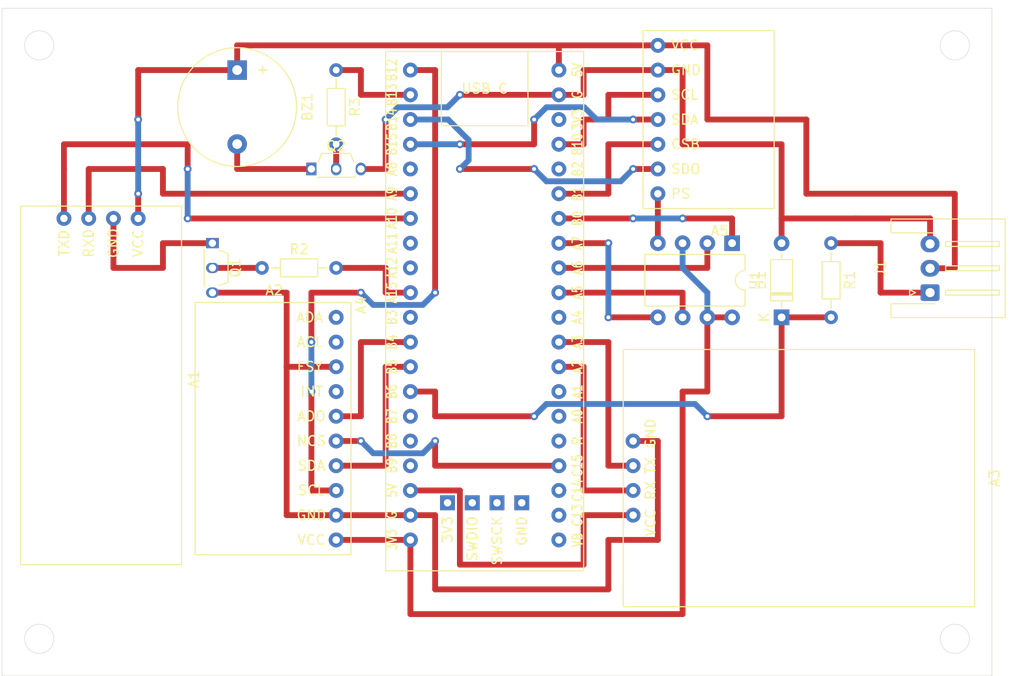
<source format=kicad_pcb>
(kicad_pcb (version 20171130) (host pcbnew "(5.1.8)-1")
  (title_block (title "F3A Board") (date 2021-05-10) (rev v0) (company "David Lago"))
  (layers (0 F.Cu signal) (31 B.Cu signal) (34 B.Paste user) (35 F.Paste user) (36 B.SilkS user) (37 F.SilkS user) (38 B.Mask user) (39 F.Mask user) (44 Edge.Cuts user))
  (net 0 "")
  (net 1 /UART1_RX)
  (net 2 /UART1_TX)
  (net 3 GND)
  (net 4 +3V3)
  (net 5 /SPI3_SCL)
  (net 6 /SPI3_SDI)
  (net 7 /SPI3_CS)
  (net 8 /SPI3_SDO)
  (net 9 /UART2_TX)
  (net 10 /UART2_RX)
  (net 11 /SPI2_SDO)
  (net 12 /SPI2_SDI)
  (net 13 /SPI2_SCL)
  (net 14 /SPI2_CS)
  (net 15 /SPI1_CS)
  (net 16 /SPI1_SDI)
  (net 17 /SPI1_SDO)
  (net 18 /SPI1_SCL)
  (net 19 "Net-(J1-Pad1)")
  (net 20 "Net-(A1-Pad28)")
  (net 21 +5V)
  (net 22 HC06_PWR_CTRL)
  (net 23 "Net-(BZ1-Pad2)")
  (net 24 "Net-(Q1-Pad2)")
  (net 25 "Net-(Q2-Pad2)")
  (net 26 RC_PWM)
  (net 27 Buzzer_PWR_CTRL)
  (module Resistor_THT:R_Axial_DIN0204_L3.6mm_D1.6mm_P7.62mm_Horizontal (layer F.Cu) (at 208.28 93.98 270)
    (fp_text reference R1 (at 3.81 -1.92 90) (layer F.SilkS))
    (fp_text value 510)
    (fp_line (start 1.89 -0.92) (end 1.89 0.92) (layer F.SilkS) (width 0.12))
    (fp_line (start 1.89 0.92) (end 5.73 0.92) (layer F.SilkS) (width 0.12))
    (fp_line (start 5.73 0.92) (end 5.73 -0.92) (layer F.SilkS) (width 0.12))
    (fp_line (start 5.73 -0.92) (end 1.89 -0.92) (layer F.SilkS) (width 0.12))
    (fp_line (start 0.94 0) (end 1.89 0) (layer F.SilkS) (width 0.12))
    (fp_line (start 6.68 0) (end 5.73 0) (layer F.SilkS) (width 0.12))
    (pad 1 thru_hole circle (at 0 0 270) (size 1.4 1.4) (drill 0.7) (layers *.Cu *.Mask) (net 19 "Net-(J1-Pad1)"))
    (pad 2 thru_hole oval (at 7.62 0 270) (size 1.4 1.4) (drill 0.7) (layers *.Cu *.Mask) (net 26 RC_PWM))
  )
  (module F3A_Modules:Black_Pill_V2 (layer F.Cu) (at 172.72 100.33 270)
    (fp_text reference A4 (at 0 12.7 90) (layer F.SilkS))
    (fp_text value Black_Pill_V2)
    (fp_line (start -26.035 -4.445) (end -18.415 -4.445) (layer F.SilkS) (width 0.12))
    (fp_line (start -18.415 -4.445) (end -18.415 4.445) (layer F.SilkS) (width 0.12))
    (fp_line (start -18.415 4.445) (end -26.035 4.445) (layer F.SilkS) (width 0.12))
    (fp_line (start -26.035 4.445) (end -26.035 -4.445) (layer F.SilkS) (width 0.12))
    (fp_line (start -26.035 -10.16) (end 27.305 -10.16) (layer F.SilkS) (width 0.12))
    (fp_line (start 27.305 -10.16) (end 27.305 10.16) (layer F.SilkS) (width 0.12))
    (fp_line (start 27.305 10.16) (end -26.035 10.16) (layer F.SilkS) (width 0.12))
    (fp_line (start -26.035 10.16) (end -26.035 -10.16) (layer F.SilkS) (width 0.12))
    (fp_text user VB (at 24.13 -9.525 90) (layer F.SilkS) (effects (font (size 1 0.8))))
    (fp_text user C13 (at 21.59 -9.525 90) (layer F.SilkS) (effects (font (size 1 0.8))))
    (fp_text user C14 (at 19.05 -9.525 90) (layer F.SilkS) (effects (font (size 1 0.8))))
    (fp_text user C15 (at 16.51 -9.525 90) (layer F.SilkS) (effects (font (size 1 0.8))))
    (fp_text user R (at 13.97 -9.525 90) (layer F.SilkS))
    (fp_text user A0 (at 11.43 -9.525 90) (layer F.SilkS) (effects (font (size 1 0.8))))
    (fp_text user A1 (at 8.89 -9.525 90) (layer F.SilkS) (effects (font (size 1 0.8))))
    (fp_text user A2 (at 6.35 -9.525 90) (layer F.SilkS) (effects (font (size 1 0.8))))
    (fp_text user A3 (at 3.81 -9.525 90) (layer F.SilkS) (effects (font (size 1 0.8))))
    (fp_text user A4 (at 1.27 -9.525 90) (layer F.SilkS) (effects (font (size 1 0.8))))
    (fp_text user A5 (at -1.27 -9.525 90) (layer F.SilkS) (effects (font (size 1 0.8))))
    (fp_text user A6 (at -3.81 -9.525 90) (layer F.SilkS) (effects (font (size 1 0.8))))
    (fp_text user A7 (at -6.35 -9.525 90) (layer F.SilkS) (effects (font (size 1 0.8))))
    (fp_text user B0 (at -8.89 -9.525 90) (layer F.SilkS) (effects (font (size 1 0.8))))
    (fp_text user B1 (at -11.43 -9.525 90) (layer F.SilkS) (effects (font (size 1 0.8))))
    (fp_text user B2 (at -13.97 -9.525 90) (layer F.SilkS) (effects (font (size 1 0.8))))
    (fp_text user B10 (at -16.51 -9.525 90) (layer F.SilkS) (effects (font (size 1 0.8))))
    (fp_text user 3V3 (at -19.05 -9.525 90) (layer F.SilkS) (effects (font (size 1 0.8))))
    (fp_text user G (at -21.59 -9.525 90) (layer F.SilkS) (effects (font (size 1 0.8))))
    (fp_text user 5V (at -24.13 -9.525 90) (layer F.SilkS) (effects (font (size 1 0.8))))
    (fp_text user 3V3 (at 24.13 9.525 90) (layer F.SilkS) (effects (font (size 1 0.8))))
    (fp_text user G (at 21.59 9.525 90) (layer F.SilkS) (effects (font (size 1 0.8))))
    (fp_text user 5V (at 19.05 9.525 90) (layer F.SilkS) (effects (font (size 1 0.8))))
    (fp_text user B9 (at 16.51 9.525 90) (layer F.SilkS) (effects (font (size 1 0.8))))
    (fp_text user B8 (at 13.97 9.525 90) (layer F.SilkS) (effects (font (size 1 0.8))))
    (fp_text user B7 (at 11.43 9.525 90) (layer F.SilkS) (effects (font (size 1 0.8))))
    (fp_text user B6 (at 8.89 9.525 90) (layer F.SilkS) (effects (font (size 1 0.8))))
    (fp_text user B5 (at 6.35 9.525 90) (layer F.SilkS) (effects (font (size 1 0.8))))
    (fp_text user B4 (at 3.81 9.525 90) (layer F.SilkS) (effects (font (size 1 0.8))))
    (fp_text user B3 (at 1.27 9.525 90) (layer F.SilkS) (effects (font (size 1 0.8))))
    (fp_text user A15 (at -1.27 9.525 90) (layer F.SilkS) (effects (font (size 1 0.8))))
    (fp_text user A12 (at -3.81 9.525 90) (layer F.SilkS) (effects (font (size 1 0.8))))
    (fp_text user A11 (at -6.35 9.525 90) (layer F.SilkS) (effects (font (size 1 0.8))))
    (fp_text user A10 (at -8.89 9.525 90) (layer F.SilkS) (effects (font (size 1 0.8))))
    (fp_text user A9 (at -11.43 9.525 90) (layer F.SilkS) (effects (font (size 1 0.8))))
    (fp_text user A8 (at -13.97 9.525 90) (layer F.SilkS) (effects (font (size 1 0.8))))
    (fp_text user 3V3 (at 21.59 3.81 90) (layer F.SilkS) (effects (justify right)))
    (fp_text user SWDIO (at 21.59 1.27 90) (layer F.SilkS) (effects (justify right)))
    (fp_text user SWSCK (at 21.59 -1.27 90) (layer F.SilkS) (effects (justify right)))
    (fp_text user GND (at 21.59 -3.81 90) (layer F.SilkS) (effects (justify right)))
    (fp_text user "USB C" (at -22.225 0) (layer F.SilkS))
    (fp_text user B15 (at -16.51 9.525 90) (layer F.SilkS) (effects (font (size 1 0.8))))
    (fp_text user B14 (at -19.05 9.525 90) (layer F.SilkS) (effects (font (size 1 0.8))))
    (fp_text user B13 (at -21.59 9.525 90) (layer F.SilkS) (effects (font (size 1 0.8))))
    (fp_text user B12 (at -24.13 9.525 90) (layer F.SilkS) (effects (font (size 1 0.8))))
    (pad 44 thru_hole rect (at 20.32 3.81 270) (size 1.524 1.524) (drill 0.762) (layers *.Cu *.Mask))
    (pad 43 thru_hole rect (at 20.32 1.27 270) (size 1.524 1.524) (drill 0.762) (layers *.Cu *.Mask))
    (pad 42 thru_hole rect (at 20.32 -1.27 270) (size 1.524 1.524) (drill 0.762) (layers *.Cu *.Mask))
    (pad 41 thru_hole rect (at 20.32 -3.81 270) (size 1.524 1.524) (drill 0.762) (layers *.Cu *.Mask))
    (pad 40 thru_hole circle (at 24.13 -7.62 270) (size 1.524 1.524) (drill 0.762) (layers *.Cu *.Mask))
    (pad 39 thru_hole circle (at 21.59 -7.62 270) (size 1.524 1.524) (drill 0.762) (layers *.Cu *.Mask))
    (pad 38 thru_hole circle (at 19.05 -7.62 270) (size 1.524 1.524) (drill 0.762) (layers *.Cu *.Mask))
    (pad 37 thru_hole circle (at 16.51 -7.62 270) (size 1.524 1.524) (drill 0.762) (layers *.Cu *.Mask) (net 7 /SPI3_CS))
    (pad 36 thru_hole circle (at 13.97 -7.62 270) (size 1.524 1.524) (drill 0.762) (layers *.Cu *.Mask))
    (pad 35 thru_hole circle (at 11.43 -7.62 270) (size 1.524 1.524) (drill 0.762) (layers *.Cu *.Mask))
    (pad 34 thru_hole circle (at 8.89 -7.62 270) (size 1.524 1.524) (drill 0.762) (layers *.Cu *.Mask))
    (pad 33 thru_hole circle (at 6.35 -7.62 270) (size 1.524 1.524) (drill 0.762) (layers *.Cu *.Mask) (net 9 /UART2_TX))
    (pad 32 thru_hole circle (at 3.81 -7.62 270) (size 1.524 1.524) (drill 0.762) (layers *.Cu *.Mask) (net 10 /UART2_RX))
    (pad 31 thru_hole circle (at 1.27 -7.62 270) (size 1.524 1.524) (drill 0.762) (layers *.Cu *.Mask))
    (pad 30 thru_hole circle (at -1.27 -7.62 270) (size 1.524 1.524) (drill 0.762) (layers *.Cu *.Mask) (net 18 /SPI1_SCL))
    (pad 29 thru_hole circle (at -3.81 -7.62 270) (size 1.524 1.524) (drill 0.762) (layers *.Cu *.Mask) (net 17 /SPI1_SDO))
    (pad 28 thru_hole circle (at -6.35 -7.62 270) (size 1.524 1.524) (drill 0.762) (layers *.Cu *.Mask) (net 16 /SPI1_SDI))
    (pad 27 thru_hole circle (at -8.89 -7.62 270) (size 1.524 1.524) (drill 0.762) (layers *.Cu *.Mask) (net 15 /SPI1_CS))
    (pad 26 thru_hole circle (at -11.43 -7.62 270) (size 1.524 1.524) (drill 0.762) (layers *.Cu *.Mask) (net 14 /SPI2_CS))
    (pad 25 thru_hole circle (at -13.97 -7.62 270) (size 1.524 1.524) (drill 0.762) (layers *.Cu *.Mask))
    (pad 24 thru_hole circle (at -16.51 -7.62 270) (size 1.524 1.524) (drill 0.762) (layers *.Cu *.Mask) (net 13 /SPI2_SCL))
    (pad 23 thru_hole circle (at -19.05 -7.62 270) (size 1.524 1.524) (drill 0.762) (layers *.Cu *.Mask) (net 4 +3V3))
    (pad 22 thru_hole circle (at -21.59 -7.62 270) (size 1.524 1.524) (drill 0.762) (layers *.Cu *.Mask) (net 3 GND))
    (pad 21 thru_hole circle (at -24.13 -7.62 270) (size 1.524 1.524) (drill 0.762) (layers *.Cu *.Mask) (net 21 +5V))
    (pad 20 thru_hole circle (at 24.13 7.62 270) (size 1.524 1.524) (drill 0.762) (layers *.Cu *.Mask) (net 4 +3V3))
    (pad 19 thru_hole circle (at 21.59 7.62 270) (size 1.524 1.524) (drill 0.762) (layers *.Cu *.Mask) (net 3 GND))
    (pad 18 thru_hole circle (at 19.05 7.62 270) (size 1.524 1.524) (drill 0.762) (layers *.Cu *.Mask) (net 21 +5V))
    (pad 17 thru_hole circle (at 16.51 7.62 270) (size 1.524 1.524) (drill 0.762) (layers *.Cu *.Mask))
    (pad 16 thru_hole circle (at 13.97 7.62 270) (size 1.524 1.524) (drill 0.762) (layers *.Cu *.Mask))
    (pad 15 thru_hole circle (at 11.43 7.62 270) (size 1.524 1.524) (drill 0.762) (layers *.Cu *.Mask))
    (pad 14 thru_hole circle (at 8.89 7.62 270) (size 1.524 1.524) (drill 0.762) (layers *.Cu *.Mask) (net 26 RC_PWM))
    (pad 13 thru_hole circle (at 6.35 7.62 270) (size 1.524 1.524) (drill 0.762) (layers *.Cu *.Mask) (net 6 /SPI3_SDI))
    (pad 12 thru_hole circle (at 3.81 7.62 270) (size 1.524 1.524) (drill 0.762) (layers *.Cu *.Mask) (net 8 /SPI3_SDO))
    (pad 11 thru_hole circle (at 1.27 7.62 270) (size 1.524 1.524) (drill 0.762) (layers *.Cu *.Mask))
    (pad 10 thru_hole circle (at -1.27 7.62 270) (size 1.524 1.524) (drill 0.762) (layers *.Cu *.Mask) (net 22 HC06_PWR_CTRL))
    (pad 9 thru_hole circle (at -3.81 7.62 270) (size 1.524 1.524) (drill 0.762) (layers *.Cu *.Mask))
    (pad 8 thru_hole circle (at -6.35 7.62 270) (size 1.524 1.524) (drill 0.762) (layers *.Cu *.Mask))
    (pad 7 thru_hole circle (at -8.89 7.62 270) (size 1.524 1.524) (drill 0.762) (layers *.Cu *.Mask) (net 1 /UART1_RX))
    (pad 6 thru_hole circle (at -11.43 7.62 270) (size 1.524 1.524) (drill 0.762) (layers *.Cu *.Mask) (net 2 /UART1_TX))
    (pad 5 thru_hole circle (at -13.97 7.62 270) (size 1.524 1.524) (drill 0.762) (layers *.Cu *.Mask))
    (pad 4 thru_hole circle (at -16.51 7.62 270) (size 1.524 1.524) (drill 0.762) (layers *.Cu *.Mask) (net 12 /SPI2_SDI))
    (pad 3 thru_hole circle (at -19.05 7.62 270) (size 1.524 1.524) (drill 0.762) (layers *.Cu *.Mask) (net 11 /SPI2_SDO))
    (pad 2 thru_hole circle (at -21.59 7.62 270) (size 1.524 1.524) (drill 0.762) (layers *.Cu *.Mask) (net 27 Buzzer_PWR_CTRL))
    (pad 1 thru_hole circle (at -24.13 7.62 270) (size 1.524 1.524) (drill 0.762) (layers *.Cu *.Mask) (net 5 /SPI3_SCL))
  )
  (module Resistor_THT:R_Axial_DIN0204_L3.6mm_D1.6mm_P7.62mm_Horizontal (layer F.Cu) (at 149.86 96.52)
    (fp_text reference R2 (at 3.81 -1.92) (layer F.SilkS))
    (fp_text value 510)
    (fp_line (start 1.89 -0.92) (end 1.89 0.92) (layer F.SilkS) (width 0.12))
    (fp_line (start 1.89 0.92) (end 5.73 0.92) (layer F.SilkS) (width 0.12))
    (fp_line (start 5.73 0.92) (end 5.73 -0.92) (layer F.SilkS) (width 0.12))
    (fp_line (start 5.73 -0.92) (end 1.89 -0.92) (layer F.SilkS) (width 0.12))
    (fp_line (start 0.94 0) (end 1.89 0) (layer F.SilkS) (width 0.12))
    (fp_line (start 6.68 0) (end 5.73 0) (layer F.SilkS) (width 0.12))
    (pad 2 thru_hole oval (at 7.62 0) (size 1.4 1.4) (drill 0.7) (layers *.Cu *.Mask) (net 22 HC06_PWR_CTRL))
    (pad 1 thru_hole circle (at 0 0) (size 1.4 1.4) (drill 0.7) (layers *.Cu *.Mask) (net 24 "Net-(Q1-Pad2)"))
  )
  (module Package_TO_SOT_THT:TO-92S_Wide (layer F.Cu) (at 154.94 86.36)
    (fp_text reference Q2 (at 2.54 -2.35) (layer F.SilkS))
    (fp_text value BC550)
    (fp_line (start 0.62 0.85) (end 4.47 0.85) (layer F.SilkS) (width 0.12))
    (fp_line (start 4.47 0.85) (end 4.5 0.7) (layer F.SilkS) (width 0.12))
    (fp_line (start 4.35 -0.7) (end 4.02 -1.6) (layer F.SilkS) (width 0.12))
    (fp_line (start 4.02 -1.6) (end 1.07 -1.6) (layer F.SilkS) (width 0.12))
    (fp_line (start 1.07 -1.6) (end 0.7 -0.7) (layer F.SilkS) (width 0.12))
    (pad 1 thru_hole rect (at 0 0) (size 1.05 1.3) (drill 0.75) (layers *.Cu *.Mask) (net 23 "Net-(BZ1-Pad2)"))
    (pad 3 thru_hole oval (at 5.08 0) (size 1.05 1.3) (drill 0.75) (layers *.Cu *.Mask) (net 3 GND))
    (pad 2 thru_hole oval (at 2.54 0) (size 1.05 1.3) (drill 0.75) (layers *.Cu *.Mask) (net 25 "Net-(Q2-Pad2)"))
  )
  (module Package_TO_SOT_THT:TO-92S_Wide (layer F.Cu) (at 144.78 93.98 270)
    (fp_text reference Q1 (at 2.54 -2.35 90) (layer F.SilkS))
    (fp_text value BC550)
    (fp_line (start 0.62 0.85) (end 4.47 0.85) (layer F.SilkS) (width 0.12))
    (fp_line (start 4.47 0.85) (end 4.5 0.7) (layer F.SilkS) (width 0.12))
    (fp_line (start 4.35 -0.7) (end 4.02 -1.6) (layer F.SilkS) (width 0.12))
    (fp_line (start 4.02 -1.6) (end 1.07 -1.6) (layer F.SilkS) (width 0.12))
    (fp_line (start 1.07 -1.6) (end 0.7 -0.7) (layer F.SilkS) (width 0.12))
    (pad 1 thru_hole rect (at 0 0 270) (size 1.05 1.3) (drill 0.75) (layers *.Cu *.Mask) (net 20 "Net-(A1-Pad28)"))
    (pad 3 thru_hole oval (at 5.08 0 270) (size 1.05 1.3) (drill 0.75) (layers *.Cu *.Mask) (net 3 GND))
    (pad 2 thru_hole oval (at 2.54 0 270) (size 1.05 1.3) (drill 0.75) (layers *.Cu *.Mask) (net 24 "Net-(Q1-Pad2)"))
  )
  (module F3A_Modules:NEO_M8N_Module (layer F.Cu) (at 205.74 118.11 90)
    (fp_text reference A3 (at 0 19.304 90) (layer F.SilkS))
    (fp_text value NEO_M8N_Module)
    (fp_line (start 13.208 -18.796) (end -13.208 -18.796) (layer F.SilkS) (width 0.12))
    (fp_line (start -13.208 -18.796) (end -13.208 17.272) (layer F.SilkS) (width 0.12))
    (fp_line (start -13.208 17.272) (end 13.208 17.272) (layer F.SilkS) (width 0.12))
    (fp_line (start 13.208 17.272) (end 13.208 -18.542) (layer F.SilkS) (width 0.12))
    (fp_line (start 13.208 -18.542) (end 13.208 -18.796) (layer F.SilkS) (width 0.12))
    (fp_text user TX (at 1.27 -16.002 90) (layer F.SilkS))
    (fp_text user RX (at -1.27 -16.002 90) (layer F.SilkS))
    (fp_text user GND (at 4.572 -16.002 90) (layer F.SilkS))
    (fp_text user VCC (at -4.572 -16.002 90) (layer F.SilkS))
    (pad 4 thru_hole circle (at 3.81 -17.78 90) (size 1.524 1.524) (drill 0.762) (layers *.Cu *.Mask) (net 3 GND))
    (pad 3 thru_hole circle (at 1.27 -17.78 90) (size 1.524 1.524) (drill 0.762) (layers *.Cu *.Mask) (net 10 /UART2_RX))
    (pad 2 thru_hole circle (at -1.27 -17.78 90) (size 1.524 1.524) (drill 0.762) (layers *.Cu *.Mask) (net 9 /UART2_TX))
    (pad 1 thru_hole circle (at -3.81 -17.78 90) (size 1.524 1.524) (drill 0.762) (layers *.Cu *.Mask) (net 21 +5V))
  )
  (module F3A_Modules:CJMCU_20948 (layer F.Cu) (at 151.13 113.03 180)
    (fp_text reference A2 (at 0 14.224) (layer F.SilkS))
    (fp_text value CJMCU-20948)
    (fp_line (start -7.874 12.954) (end -7.874 -12.954) (layer F.SilkS) (width 0.12))
    (fp_line (start 8.128 12.954) (end -7.874 12.954) (layer F.SilkS) (width 0.12))
    (fp_line (start 8.128 -12.954) (end 8.128 12.954) (layer F.SilkS) (width 0.12))
    (fp_line (start -7.874 -12.954) (end 8.128 -12.954) (layer F.SilkS) (width 0.12))
    (fp_text user ADA (at -5.08 11.43) (layer F.SilkS) (effects (justify right)))
    (fp_text user ACL (at -5.08 8.89) (layer F.SilkS) (effects (justify right)))
    (fp_text user FSY (at -5.08 6.35) (layer F.SilkS) (effects (justify right)))
    (fp_text user INT (at -5.08 3.81) (layer F.SilkS) (effects (justify right)))
    (fp_text user ADO (at -3.81 1.27) (layer F.SilkS))
    (fp_text user NCS (at -3.81 -1.27) (layer F.SilkS))
    (fp_text user SDA (at -3.81 -3.81) (layer F.SilkS))
    (fp_text user SCL (at -3.81 -6.35) (layer F.SilkS))
    (fp_text user GND (at -3.81 -8.89) (layer F.SilkS))
    (fp_text user VCC (at -3.81 -11.43) (layer F.SilkS))
    (pad 10 thru_hole circle (at -6.35 11.43 180) (size 1.524 1.524) (drill 0.762) (layers *.Cu *.Mask))
    (pad 9 thru_hole circle (at -6.35 8.89 180) (size 1.524 1.524) (drill 0.762) (layers *.Cu *.Mask))
    (pad 8 thru_hole circle (at -6.35 6.35 180) (size 1.524 1.524) (drill 0.762) (layers *.Cu *.Mask) (net 3 GND))
    (pad 7 thru_hole circle (at -6.35 3.81 180) (size 1.524 1.524) (drill 0.762) (layers *.Cu *.Mask))
    (pad 6 thru_hole circle (at -6.35 1.27 180) (size 1.524 1.524) (drill 0.762) (layers *.Cu *.Mask) (net 8 /SPI3_SDO))
    (pad 5 thru_hole circle (at -6.35 -1.27 180) (size 1.524 1.524) (drill 0.762) (layers *.Cu *.Mask) (net 7 /SPI3_CS))
    (pad 4 thru_hole circle (at -6.35 -3.81 180) (size 1.524 1.524) (drill 0.762) (layers *.Cu *.Mask) (net 6 /SPI3_SDI))
    (pad 3 thru_hole circle (at -6.35 -6.35 180) (size 1.524 1.524) (drill 0.762) (layers *.Cu *.Mask) (net 5 /SPI3_SCL))
    (pad 2 thru_hole circle (at -6.35 -8.89 180) (size 1.524 1.524) (drill 0.762) (layers *.Cu *.Mask) (net 3 GND))
    (pad 1 thru_hole circle (at -6.35 -11.43 180) (size 1.524 1.524) (drill 0.762) (layers *.Cu *.Mask) (net 4 +3V3))
  )
  (module Buzzer_Beeper:Buzzer_12x9.5RM7.6 (layer F.Cu) (at 147.32 76.2 270)
    (fp_text reference BZ1 (at 3.8 -7.2 90) (layer F.SilkS))
    (fp_text value Buzzer)
    (fp_circle (center 3.8 0) (end 9.9 0) (layer F.SilkS) (width 0.12))
    (fp_text user + (at -0.01 -2.54 90) (layer F.SilkS))
    (pad 1 thru_hole rect (at 0 0 270) (size 2 2) (drill 1) (layers *.Cu *.Mask) (net 21 +5V))
    (pad 2 thru_hole circle (at 7.6 0 270) (size 2 2) (drill 1) (layers *.Cu *.Mask) (net 23 "Net-(BZ1-Pad2)"))
  )
  (module Resistor_THT:R_Axial_DIN0204_L3.6mm_D1.6mm_P7.62mm_Horizontal (layer F.Cu) (at 157.48 76.2 270)
    (fp_text reference R3 (at 3.81 -1.92 90) (layer F.SilkS))
    (fp_text value 1K)
    (fp_line (start 6.68 0) (end 5.73 0) (layer F.SilkS) (width 0.12))
    (fp_line (start 0.94 0) (end 1.89 0) (layer F.SilkS) (width 0.12))
    (fp_line (start 5.73 -0.92) (end 1.89 -0.92) (layer F.SilkS) (width 0.12))
    (fp_line (start 5.73 0.92) (end 5.73 -0.92) (layer F.SilkS) (width 0.12))
    (fp_line (start 1.89 0.92) (end 5.73 0.92) (layer F.SilkS) (width 0.12))
    (fp_line (start 1.89 -0.92) (end 1.89 0.92) (layer F.SilkS) (width 0.12))
    (pad 2 thru_hole oval (at 7.62 0 270) (size 1.4 1.4) (drill 0.7) (layers *.Cu *.Mask) (net 25 "Net-(Q2-Pad2)"))
    (pad 1 thru_hole circle (at 0 0 270) (size 1.4 1.4) (drill 0.7) (layers *.Cu *.Mask) (net 27 Buzzer_PWR_CTRL))
  )
  (module F3A_Modules:DSD_TECH_HC06 (layer F.Cu) (at 133.35 107.95 90)
    (fp_text reference A1 (at 0 9.525 90) (layer F.SilkS))
    (fp_text value DSD_TECH_HC06)
    (fp_line (start 17.78 -8.255) (end -19.05 -8.255) (layer F.SilkS) (width 0.12))
    (fp_line (start 17.78 8.255) (end 17.78 -8.255) (layer F.SilkS) (width 0.12))
    (fp_line (start -19.05 8.255) (end 17.78 8.255) (layer F.SilkS) (width 0.12))
    (fp_line (start -19.05 -8.255) (end -19.05 8.255) (layer F.SilkS) (width 0.12))
    (fp_text user VCC (at 13.97 3.81 90) (layer F.SilkS))
    (fp_text user GND (at 13.97 1.27 90) (layer F.SilkS))
    (fp_text user RXD (at 13.97 -1.27 90) (layer F.SilkS))
    (fp_text user TXD (at 13.97 -3.81 90) (layer F.SilkS))
    (pad 27 thru_hole circle (at 16.51 3.81 90) (size 1.524 1.524) (drill 0.762) (layers *.Cu *.Mask) (net 21 +5V))
    (pad 28 thru_hole circle (at 16.51 1.27 90) (size 1.524 1.524) (drill 0.762) (layers *.Cu *.Mask) (net 20 "Net-(A1-Pad28)"))
    (pad 29 thru_hole circle (at 16.51 -1.27 90) (size 1.524 1.524) (drill 0.762) (layers *.Cu *.Mask) (net 2 /UART1_TX))
    (pad 30 thru_hole circle (at 16.51 -3.81 90) (size 1.524 1.524) (drill 0.762) (layers *.Cu *.Mask) (net 1 /UART1_RX))
  )
  (module F3A_Modules:MS5611_Module (layer F.Cu) (at 196.85 81.28)
    (fp_text reference A5 (at 0 11.43) (layer F.SilkS))
    (fp_text value MS5611_Module)
    (fp_line (start -7.874 -9.144) (end -7.874 9.144) (layer F.SilkS) (width 0.12))
    (fp_line (start -7.874 9.144) (end 5.588 9.144) (layer F.SilkS) (width 0.12))
    (fp_line (start 5.588 9.144) (end 5.588 -9.144) (layer F.SilkS) (width 0.12))
    (fp_line (start 5.588 -9.144) (end -7.874 -9.144) (layer F.SilkS) (width 0.12))
    (fp_text user VCC (at -5.08 -7.62) (layer F.SilkS) (effects (justify left)))
    (fp_text user GND (at -5.08 -5.08) (layer F.SilkS) (effects (justify left)))
    (fp_text user SCL (at -5.08 -2.54) (layer F.SilkS) (effects (justify left)))
    (fp_text user SDA (at -5.08 0) (layer F.SilkS) (effects (justify left)))
    (fp_text user CSB (at -5.08 2.54) (layer F.SilkS) (effects (justify left)))
    (fp_text user SDO (at -5.08 5.08) (layer F.SilkS) (effects (justify left)))
    (fp_text user PS (at -5.08 7.62) (layer F.SilkS) (effects (justify left)))
    (pad 1 thru_hole circle (at -6.35 -7.62) (size 1.524 1.524) (drill 0.762) (layers *.Cu *.Mask) (net 21 +5V))
    (pad 2 thru_hole circle (at -6.35 -5.08) (size 1.524 1.524) (drill 0.762) (layers *.Cu *.Mask) (net 3 GND))
    (pad 3 thru_hole circle (at -6.35 -2.54) (size 1.524 1.524) (drill 0.762) (layers *.Cu *.Mask) (net 13 /SPI2_SCL))
    (pad 4 thru_hole circle (at -6.35 0) (size 1.524 1.524) (drill 0.762) (layers *.Cu *.Mask) (net 12 /SPI2_SDI))
    (pad 5 thru_hole circle (at -6.35 2.54) (size 1.524 1.524) (drill 0.762) (layers *.Cu *.Mask) (net 14 /SPI2_CS))
    (pad 6 thru_hole circle (at -6.35 5.08) (size 1.524 1.524) (drill 0.762) (layers *.Cu *.Mask) (net 11 /SPI2_SDO))
    (pad 7 thru_hole circle (at -6.35 7.62) (size 1.524 1.524) (drill 0.762) (layers *.Cu *.Mask) (net 3 GND))
  )
  (module Diode_THT:D_DO-35_SOD27_P7.62mm_Horizontal (layer F.Cu) (at 203.2 101.6 90)
    (fp_text reference D1 (at 3.81 -2.12 90) (layer F.SilkS))
    (fp_text value 3.3V)
    (fp_line (start 1.69 -1.12) (end 1.69 1.12) (layer F.SilkS) (width 0.12))
    (fp_line (start 1.69 1.12) (end 5.93 1.12) (layer F.SilkS) (width 0.12))
    (fp_line (start 5.93 1.12) (end 5.93 -1.12) (layer F.SilkS) (width 0.12))
    (fp_line (start 5.93 -1.12) (end 1.69 -1.12) (layer F.SilkS) (width 0.12))
    (fp_line (start 1.04 0) (end 1.69 0) (layer F.SilkS) (width 0.12))
    (fp_line (start 6.58 0) (end 5.93 0) (layer F.SilkS) (width 0.12))
    (fp_line (start 2.41 -1.12) (end 2.41 1.12) (layer F.SilkS) (width 0.12))
    (fp_line (start 2.53 -1.12) (end 2.53 1.12) (layer F.SilkS) (width 0.12))
    (fp_line (start 2.29 -1.12) (end 2.29 1.12) (layer F.SilkS) (width 0.12))
    (fp_text user K (at 0 -1.8 90) (layer F.SilkS))
    (pad 1 thru_hole rect (at 0 0 90) (size 1.6 1.6) (drill 0.8) (layers *.Cu *.Mask) (net 26 RC_PWM))
    (pad 2 thru_hole oval (at 7.62 0 90) (size 1.6 1.6) (drill 0.8) (layers *.Cu *.Mask) (net 3 GND))
  )
  (module Connector_JST:JST_XH_S3B-XH-A-1_1x03_P2.50mm_Horizontal (layer F.Cu) (at 218.44 99.06 90)
    (fp_text reference J1 (at 2.5 -5.1 90) (layer F.SilkS))
    (fp_text value Conn_01x03)
    (fp_line (start 2.5 7.71) (end -2.56 7.71) (layer F.SilkS) (width 0.12))
    (fp_line (start -2.56 7.71) (end -2.56 -4.01) (layer F.SilkS) (width 0.12))
    (fp_line (start -2.56 -4.01) (end -1.14 -4.01) (layer F.SilkS) (width 0.12))
    (fp_line (start -1.14 -4.01) (end -1.14 0.49) (layer F.SilkS) (width 0.12))
    (fp_line (start 2.5 7.71) (end 7.56 7.71) (layer F.SilkS) (width 0.12))
    (fp_line (start 7.56 7.71) (end 7.56 -4.01) (layer F.SilkS) (width 0.12))
    (fp_line (start 7.56 -4.01) (end 6.14 -4.01) (layer F.SilkS) (width 0.12))
    (fp_line (start 6.14 -4.01) (end 6.14 0.49) (layer F.SilkS) (width 0.12))
    (fp_line (start -0.25 1.6) (end -0.25 7.1) (layer F.SilkS) (width 0.12))
    (fp_line (start -0.25 7.1) (end 0.25 7.1) (layer F.SilkS) (width 0.12))
    (fp_line (start 0.25 7.1) (end 0.25 1.6) (layer F.SilkS) (width 0.12))
    (fp_line (start 0.25 1.6) (end -0.25 1.6) (layer F.SilkS) (width 0.12))
    (fp_line (start 2.25 1.6) (end 2.25 7.1) (layer F.SilkS) (width 0.12))
    (fp_line (start 2.25 7.1) (end 2.75 7.1) (layer F.SilkS) (width 0.12))
    (fp_line (start 2.75 7.1) (end 2.75 1.6) (layer F.SilkS) (width 0.12))
    (fp_line (start 2.75 1.6) (end 2.25 1.6) (layer F.SilkS) (width 0.12))
    (fp_line (start 4.75 1.6) (end 4.75 7.1) (layer F.SilkS) (width 0.12))
    (fp_line (start 4.75 7.1) (end 5.25 7.1) (layer F.SilkS) (width 0.12))
    (fp_line (start 5.25 7.1) (end 5.25 1.6) (layer F.SilkS) (width 0.12))
    (fp_line (start 5.25 1.6) (end 4.75 1.6) (layer F.SilkS) (width 0.12))
    (fp_line (start 0 -1.5) (end -0.3 -2.1) (layer F.SilkS) (width 0.12))
    (fp_line (start -0.3 -2.1) (end 0.3 -2.1) (layer F.SilkS) (width 0.12))
    (fp_line (start 0.3 -2.1) (end 0 -1.5) (layer F.SilkS) (width 0.12))
    (pad 1 thru_hole roundrect (at 0 0 90) (size 1.7 1.95) (drill 0.95) (layers *.Cu *.Mask) (roundrect_rratio 0.147059) (net 19 "Net-(J1-Pad1)"))
    (pad 2 thru_hole oval (at 2.5 0 90) (size 1.7 1.95) (drill 0.95) (layers *.Cu *.Mask) (net 21 +5V))
    (pad 3 thru_hole oval (at 5 0 90) (size 1.7 1.95) (drill 0.95) (layers *.Cu *.Mask) (net 3 GND))
  )
  (module Package_DIP:DIP-8_W7.62mm (layer F.Cu) (at 198.12 93.98 270)
    (fp_text reference U1 (at 3.81 -2.33 90) (layer F.SilkS))
    (fp_text value W25Q64V)
    (fp_line (start 2.81 -1.33) (end 1.16 -1.33) (layer F.SilkS) (width 0.12))
    (fp_line (start 1.16 -1.33) (end 1.16 8.95) (layer F.SilkS) (width 0.12))
    (fp_line (start 1.16 8.95) (end 6.46 8.95) (layer F.SilkS) (width 0.12))
    (fp_line (start 6.46 8.95) (end 6.46 -1.33) (layer F.SilkS) (width 0.12))
    (fp_line (start 6.46 -1.33) (end 4.81 -1.33) (layer F.SilkS) (width 0.12))
    (fp_arc (start 3.81 -1.33) (end 2.81 -1.33) (angle -180) (layer F.SilkS) (width 0.12))
    (pad 1 thru_hole rect (at 0 0 270) (size 1.6 1.6) (drill 0.8) (layers *.Cu *.Mask) (net 15 /SPI1_CS))
    (pad 5 thru_hole oval (at 7.62 7.62 270) (size 1.6 1.6) (drill 0.8) (layers *.Cu *.Mask) (net 16 /SPI1_SDI))
    (pad 2 thru_hole oval (at 0 2.54 270) (size 1.6 1.6) (drill 0.8) (layers *.Cu *.Mask) (net 17 /SPI1_SDO))
    (pad 6 thru_hole oval (at 7.62 5.08 270) (size 1.6 1.6) (drill 0.8) (layers *.Cu *.Mask) (net 18 /SPI1_SCL))
    (pad 3 thru_hole oval (at 0 5.08 270) (size 1.6 1.6) (drill 0.8) (layers *.Cu *.Mask) (net 4 +3V3))
    (pad 7 thru_hole oval (at 7.62 2.54 270) (size 1.6 1.6) (drill 0.8) (layers *.Cu *.Mask) (net 4 +3V3))
    (pad 4 thru_hole oval (at 0 7.62 270) (size 1.6 1.6) (drill 0.8) (layers *.Cu *.Mask) (net 3 GND))
    (pad 8 thru_hole oval (at 7.62 0 270) (size 1.6 1.6) (drill 0.8) (layers *.Cu *.Mask) (net 4 +3V3))
  )
  (gr_circle (center 220.98 134.62) (end 222.48 134.62) (layer Edge.Cuts) (width 0.05))
  (gr_circle (center 127 134.62) (end 128.5 134.62) (layer Edge.Cuts) (width 0.05))
  (gr_circle (center 127 73.66) (end 128.5 73.66) (layer Edge.Cuts) (width 0.05))
  (gr_circle (center 220.98 73.66) (end 222.48 73.66) (layer Edge.Cuts) (width 0.05))
  (gr_line (start 224.79 69.85) (end 224.79 138.43) (layer Edge.Cuts) (width 0.05))
  (gr_line (start 123.19 138.43) (end 224.79 138.43) (layer Edge.Cuts) (width 0.05))
  (gr_line (start 123.19 69.85) (end 123.19 138.43) (layer Edge.Cuts) (width 0.05))
  (gr_line (start 224.79 69.85) (end 123.19 69.85) (layer Edge.Cuts) (width 0.05))
  (segment (start 129.54 86.36) (end 129.54 91.44) (width 0.6) (layer F.Cu) (net 1))
  (via (at 142.24 91.44) (size 0.8) (drill 0.4) (layers F.Cu B.Cu) (net 1))
  (segment (start 165.1 91.44) (end 142.24 91.44) (width 0.6) (layer F.Cu) (net 1))
  (via (at 142.24 86.36) (size 0.8) (drill 0.4) (layers F.Cu B.Cu) (net 1))
  (segment (start 142.24 91.44) (end 142.24 86.36) (width 0.6) (layer B.Cu) (net 1))
  (segment (start 142.24 86.36) (end 142.24 83.82) (width 0.6) (layer F.Cu) (net 1))
  (segment (start 142.24 83.82) (end 129.54 83.82) (width 0.6) (layer F.Cu) (net 1))
  (segment (start 129.54 83.82) (end 129.54 86.36) (width 0.6) (layer F.Cu) (net 1))
  (segment (start 132.08 91.44) (end 132.08 88.9) (width 0.6) (layer F.Cu) (net 2))
  (segment (start 165.1 88.9) (end 139.7 88.9) (width 0.6) (layer F.Cu) (net 2))
  (segment (start 139.7 88.9) (end 139.7 86.36) (width 0.6) (layer F.Cu) (net 2))
  (segment (start 139.7 86.36) (end 132.08 86.36) (width 0.6) (layer F.Cu) (net 2))
  (segment (start 132.08 86.36) (end 132.08 88.9) (width 0.6) (layer F.Cu) (net 2))
  (segment (start 157.48 121.92) (end 165.1 121.92) (width 0.6) (layer F.Cu) (net 3))
  (segment (start 157.48 121.92) (end 152.4 121.92) (width 0.6) (layer F.Cu) (net 3))
  (segment (start 152.4 121.92) (end 152.4 106.68) (width 0.6) (layer F.Cu) (net 3))
  (segment (start 152.4 106.68) (end 157.48 106.68) (width 0.6) (layer F.Cu) (net 3))
  (segment (start 152.4 106.68) (end 152.4 99.06) (width 0.6) (layer F.Cu) (net 3))
  (segment (start 144.78 99.06) (end 152.4 99.06) (width 0.6) (layer F.Cu) (net 3))
  (segment (start 167.64 121.92) (end 165.1 121.92) (width 0.6) (layer F.Cu) (net 3))
  (segment (start 167.64 129.54) (end 167.64 121.92) (width 0.6) (layer F.Cu) (net 3))
  (segment (start 185.42 129.54) (end 167.64 129.54) (width 0.6) (layer F.Cu) (net 3))
  (segment (start 187.96 114.3) (end 190.5 114.3) (width 0.6) (layer F.Cu) (net 3))
  (segment (start 190.5 114.3) (end 190.5 124.46) (width 0.6) (layer F.Cu) (net 3))
  (segment (start 190.5 124.46) (end 185.42 124.46) (width 0.6) (layer F.Cu) (net 3))
  (segment (start 185.42 124.46) (end 185.42 129.54) (width 0.6) (layer F.Cu) (net 3))
  (segment (start 182.88 76.2) (end 182.88 78.74) (width 0.6) (layer F.Cu) (net 3))
  (segment (start 182.88 78.74) (end 180.34 78.74) (width 0.6) (layer F.Cu) (net 3))
  (segment (start 190.5 76.2) (end 182.88 76.2) (width 0.6) (layer F.Cu) (net 3))
  (segment (start 190.5 88.9) (end 190.5 93.98) (width 0.6) (layer F.Cu) (net 3))
  (segment (start 160.02 86.36) (end 162.56 86.36) (width 0.6) (layer F.Cu) (net 3))
  (via (at 162.56 81.28) (size 0.8) (drill 0.4) (layers F.Cu B.Cu) (net 3))
  (segment (start 162.56 86.36) (end 162.56 81.28) (width 0.6) (layer F.Cu) (net 3))
  (via (at 170.18 78.74) (size 0.8) (drill 0.4) (layers F.Cu B.Cu) (net 3))
  (segment (start 168.902001 80.017999) (end 170.18 78.74) (width 0.6) (layer B.Cu) (net 3))
  (segment (start 163.822001 80.017999) (end 168.902001 80.017999) (width 0.6) (layer B.Cu) (net 3))
  (segment (start 162.56 81.28) (end 163.822001 80.017999) (width 0.6) (layer B.Cu) (net 3))
  (segment (start 170.18 78.74) (end 180.34 78.74) (width 0.6) (layer F.Cu) (net 3))
  (segment (start 210.82 91.44) (end 203.2 91.44) (width 0.6) (layer F.Cu) (net 3))
  (segment (start 203.2 91.44) (end 203.2 93.98) (width 0.6) (layer F.Cu) (net 3))
  (segment (start 203.2 91.44) (end 203.2 83.82) (width 0.6) (layer F.Cu) (net 3))
  (segment (start 203.2 83.82) (end 193.04 83.82) (width 0.6) (layer F.Cu) (net 3))
  (segment (start 193.04 83.82) (end 193.04 76.2) (width 0.6) (layer F.Cu) (net 3))
  (segment (start 193.04 76.2) (end 190.5 76.2) (width 0.6) (layer F.Cu) (net 3))
  (segment (start 218.44 94.06) (end 218.44 91.44) (width 0.6) (layer F.Cu) (net 3))
  (segment (start 218.44 91.44) (end 210.82 91.44) (width 0.6) (layer F.Cu) (net 3))
  (segment (start 157.48 124.46) (end 165.1 124.46) (width 0.6) (layer F.Cu) (net 4))
  (segment (start 195.58 101.6) (end 195.58 109.22) (width 0.6) (layer F.Cu) (net 4))
  (segment (start 195.58 109.22) (end 193.04 109.22) (width 0.6) (layer F.Cu) (net 4))
  (segment (start 193.04 109.22) (end 193.04 132.08) (width 0.6) (layer F.Cu) (net 4))
  (segment (start 193.04 132.08) (end 165.1 132.08) (width 0.6) (layer F.Cu) (net 4))
  (segment (start 165.1 132.08) (end 165.1 124.46) (width 0.6) (layer F.Cu) (net 4))
  (segment (start 195.58 101.6) (end 198.12 101.6) (width 0.6) (layer F.Cu) (net 4))
  (segment (start 195.58 101.6) (end 195.58 99.06) (width 0.6) (layer B.Cu) (net 4))
  (segment (start 195.58 99.06) (end 193.04 96.52) (width 0.6) (layer B.Cu) (net 4))
  (segment (start 193.04 96.52) (end 193.04 93.98) (width 0.6) (layer B.Cu) (net 4))
  (segment (start 157.48 119.38) (end 154.94 119.38) (width 0.6) (layer F.Cu) (net 5))
  (via (at 154.94 109.22) (size 0.8) (drill 0.4) (layers F.Cu B.Cu) (net 5))
  (segment (start 154.94 119.38) (end 154.94 109.22) (width 0.6) (layer F.Cu) (net 5))
  (via (at 154.94 104.14) (size 0.8) (drill 0.4) (layers F.Cu B.Cu) (net 5))
  (segment (start 154.94 109.22) (end 154.94 104.14) (width 0.6) (layer B.Cu) (net 5))
  (segment (start 154.94 104.14) (end 154.94 101.6) (width 0.6) (layer F.Cu) (net 5))
  (segment (start 154.94 101.6) (end 154.94 99.06) (width 0.6) (layer F.Cu) (net 5))
  (via (at 160.02 99.06) (size 0.8) (drill 0.4) (layers F.Cu B.Cu) (net 5))
  (segment (start 154.94 99.06) (end 160.02 99.06) (width 0.6) (layer F.Cu) (net 5))
  (segment (start 161.282001 100.322001) (end 166.377999 100.322001) (width 0.6) (layer B.Cu) (net 5))
  (segment (start 160.02 99.06) (end 161.282001 100.322001) (width 0.6) (layer B.Cu) (net 5))
  (via (at 167.64 99.06) (size 0.8) (drill 0.4) (layers F.Cu B.Cu) (net 5))
  (segment (start 166.377999 100.322001) (end 167.64 99.06) (width 0.6) (layer B.Cu) (net 5))
  (segment (start 167.64 76.2) (end 165.1 76.2) (width 0.6) (layer F.Cu) (net 5))
  (segment (start 167.64 99.06) (end 167.64 76.2) (width 0.6) (layer F.Cu) (net 5))
  (segment (start 162.56 106.68) (end 165.1 106.68) (width 0.6) (layer F.Cu) (net 6))
  (segment (start 162.56 116.84) (end 162.56 106.68) (width 0.6) (layer F.Cu) (net 6))
  (segment (start 157.48 116.84) (end 162.56 116.84) (width 0.6) (layer F.Cu) (net 6))
  (via (at 160.02 114.3) (size 0.8) (drill 0.4) (layers F.Cu B.Cu) (net 7))
  (segment (start 157.48 114.3) (end 160.02 114.3) (width 0.6) (layer F.Cu) (net 7))
  (segment (start 161.282001 115.562001) (end 166.377999 115.562001) (width 0.6) (layer B.Cu) (net 7))
  (segment (start 160.02 114.3) (end 161.282001 115.562001) (width 0.6) (layer B.Cu) (net 7))
  (via (at 167.64 114.3) (size 0.8) (drill 0.4) (layers F.Cu B.Cu) (net 7))
  (segment (start 166.377999 115.562001) (end 167.64 114.3) (width 0.6) (layer B.Cu) (net 7))
  (segment (start 167.64 114.3) (end 167.64 116.84) (width 0.6) (layer F.Cu) (net 7))
  (segment (start 167.64 116.84) (end 180.34 116.84) (width 0.6) (layer F.Cu) (net 7))
  (segment (start 157.48 111.76) (end 160.02 111.76) (width 0.6) (layer F.Cu) (net 8))
  (segment (start 160.02 111.76) (end 160.02 104.14) (width 0.6) (layer F.Cu) (net 8))
  (segment (start 160.02 104.14) (end 165.1 104.14) (width 0.6) (layer F.Cu) (net 8))
  (segment (start 187.96 119.38) (end 182.88 119.38) (width 0.6) (layer F.Cu) (net 9))
  (segment (start 182.88 119.38) (end 182.88 106.68) (width 0.6) (layer F.Cu) (net 9))
  (segment (start 182.88 106.68) (end 180.34 106.68) (width 0.6) (layer F.Cu) (net 9))
  (segment (start 187.96 116.84) (end 185.42 116.84) (width 0.6) (layer F.Cu) (net 10))
  (segment (start 185.42 116.84) (end 185.42 104.14) (width 0.6) (layer F.Cu) (net 10))
  (segment (start 185.42 104.14) (end 180.34 104.14) (width 0.6) (layer F.Cu) (net 10))
  (via (at 187.96 86.36) (size 0.8) (drill 0.4) (layers F.Cu B.Cu) (net 11))
  (segment (start 190.5 86.36) (end 187.96 86.36) (width 0.6) (layer F.Cu) (net 11))
  (segment (start 186.697999 87.622001) (end 179.077999 87.622001) (width 0.6) (layer B.Cu) (net 11))
  (segment (start 187.96 86.36) (end 186.697999 87.622001) (width 0.6) (layer B.Cu) (net 11))
  (via (at 177.8 86.36) (size 0.8) (drill 0.4) (layers F.Cu B.Cu) (net 11))
  (segment (start 179.062001 87.622001) (end 177.8 86.36) (width 0.6) (layer B.Cu) (net 11))
  (segment (start 179.077999 87.622001) (end 179.062001 87.622001) (width 0.6) (layer B.Cu) (net 11))
  (via (at 170.18 86.36) (size 0.8) (drill 0.4) (layers F.Cu B.Cu) (net 11))
  (segment (start 177.8 86.36) (end 170.18 86.36) (width 0.6) (layer F.Cu) (net 11))
  (segment (start 171.080001 83.387999) (end 168.972002 81.28) (width 0.6) (layer B.Cu) (net 11))
  (segment (start 168.972002 81.28) (end 165.1 81.28) (width 0.6) (layer B.Cu) (net 11))
  (segment (start 171.080001 85.459999) (end 171.080001 83.387999) (width 0.6) (layer B.Cu) (net 11))
  (segment (start 170.18 86.36) (end 171.080001 85.459999) (width 0.6) (layer B.Cu) (net 11))
  (segment (start 182.950001 80.017999) (end 179.062001 80.017999) (width 0.6) (layer B.Cu) (net 12))
  (via (at 177.8 81.28) (size 0.8) (drill 0.4) (layers F.Cu B.Cu) (net 12))
  (segment (start 179.062001 80.017999) (end 177.8 81.28) (width 0.6) (layer B.Cu) (net 12))
  (segment (start 177.8 81.28) (end 177.8 83.82) (width 0.6) (layer F.Cu) (net 12))
  (via (at 170.18 83.82) (size 0.8) (drill 0.4) (layers F.Cu B.Cu) (net 12))
  (segment (start 177.8 83.82) (end 170.18 83.82) (width 0.6) (layer F.Cu) (net 12))
  (segment (start 170.18 83.82) (end 165.1 83.82) (width 0.6) (layer B.Cu) (net 12))
  (via (at 187.96 81.28) (size 0.8) (drill 0.4) (layers F.Cu B.Cu) (net 12))
  (segment (start 190.5 81.28) (end 187.96 81.28) (width 0.6) (layer F.Cu) (net 12))
  (segment (start 184.212002 81.28) (end 182.950001 80.017999) (width 0.6) (layer B.Cu) (net 12))
  (segment (start 187.96 81.28) (end 184.212002 81.28) (width 0.6) (layer B.Cu) (net 12))
  (segment (start 189.23 78.74) (end 185.42 78.74) (width 0.6) (layer F.Cu) (net 13))
  (segment (start 185.42 78.74) (end 185.42 81.28) (width 0.6) (layer F.Cu) (net 13))
  (segment (start 185.42 81.28) (end 182.88 81.28) (width 0.6) (layer F.Cu) (net 13))
  (segment (start 182.88 81.28) (end 182.88 83.82) (width 0.6) (layer F.Cu) (net 13))
  (segment (start 182.88 83.82) (end 180.34 83.82) (width 0.6) (layer F.Cu) (net 13))
  (segment (start 190.5 78.74) (end 189.23 78.74) (width 0.6) (layer F.Cu) (net 13))
  (segment (start 190.5 83.82) (end 185.42 83.82) (width 0.6) (layer F.Cu) (net 14))
  (segment (start 185.42 83.82) (end 185.42 88.9) (width 0.6) (layer F.Cu) (net 14))
  (segment (start 185.42 88.9) (end 180.34 88.9) (width 0.6) (layer F.Cu) (net 14))
  (segment (start 198.12 93.98) (end 198.12 91.44) (width 0.6) (layer F.Cu) (net 15))
  (via (at 193.04 91.44) (size 0.8) (drill 0.4) (layers F.Cu B.Cu) (net 15))
  (segment (start 198.12 91.44) (end 193.04 91.44) (width 0.6) (layer F.Cu) (net 15))
  (via (at 187.96 91.44) (size 0.8) (drill 0.4) (layers F.Cu B.Cu) (net 15))
  (segment (start 193.04 91.44) (end 187.96 91.44) (width 0.6) (layer B.Cu) (net 15))
  (segment (start 187.96 91.44) (end 180.34 91.44) (width 0.6) (layer F.Cu) (net 15))
  (via (at 185.42 101.6) (size 0.8) (drill 0.4) (layers F.Cu B.Cu) (net 16))
  (segment (start 190.5 101.6) (end 185.42 101.6) (width 0.6) (layer F.Cu) (net 16))
  (via (at 185.42 93.98) (size 0.8) (drill 0.4) (layers F.Cu B.Cu) (net 16))
  (segment (start 185.42 101.6) (end 185.42 93.98) (width 0.6) (layer B.Cu) (net 16))
  (segment (start 185.42 93.98) (end 180.34 93.98) (width 0.6) (layer F.Cu) (net 16))
  (segment (start 195.58 93.98) (end 195.58 96.52) (width 0.6) (layer F.Cu) (net 17))
  (segment (start 195.58 96.52) (end 180.34 96.52) (width 0.6) (layer F.Cu) (net 17))
  (segment (start 193.04 101.6) (end 193.04 99.06) (width 0.6) (layer F.Cu) (net 18))
  (segment (start 193.04 99.06) (end 180.34 99.06) (width 0.6) (layer F.Cu) (net 18))
  (segment (start 218.44 99.06) (end 213.36 99.06) (width 0.6) (layer F.Cu) (net 19))
  (segment (start 213.36 99.06) (end 213.36 93.98) (width 0.6) (layer F.Cu) (net 19))
  (segment (start 213.36 93.98) (end 208.28 93.98) (width 0.6) (layer F.Cu) (net 19))
  (segment (start 144.78 93.98) (end 139.7 93.98) (width 0.6) (layer F.Cu) (net 20))
  (segment (start 139.7 93.98) (end 139.7 96.52) (width 0.6) (layer F.Cu) (net 20))
  (segment (start 139.7 96.52) (end 134.62 96.52) (width 0.6) (layer F.Cu) (net 20))
  (segment (start 134.62 96.52) (end 134.62 91.44) (width 0.6) (layer F.Cu) (net 20))
  (via (at 137.16 88.9) (size 0.8) (drill 0.4) (layers F.Cu B.Cu) (net 21))
  (segment (start 137.16 91.44) (end 137.16 88.9) (width 0.6) (layer F.Cu) (net 21))
  (via (at 137.16 81.28) (size 0.8) (drill 0.4) (layers F.Cu B.Cu) (net 21))
  (segment (start 137.16 88.9) (end 137.16 81.28) (width 0.6) (layer B.Cu) (net 21))
  (segment (start 180.34 76.2) (end 180.34 73.66) (width 0.6) (layer F.Cu) (net 21))
  (segment (start 180.34 73.66) (end 147.32 73.66) (width 0.6) (layer F.Cu) (net 21))
  (segment (start 147.32 73.66) (end 147.32 76.2) (width 0.6) (layer F.Cu) (net 21))
  (segment (start 147.32 76.2) (end 137.16 76.2) (width 0.6) (layer F.Cu) (net 21))
  (segment (start 137.16 76.2) (end 137.16 81.28) (width 0.6) (layer F.Cu) (net 21))
  (segment (start 182.88 127) (end 170.18 127) (width 0.6) (layer F.Cu) (net 21))
  (segment (start 170.18 127) (end 170.18 119.38) (width 0.6) (layer F.Cu) (net 21))
  (segment (start 170.18 119.38) (end 165.1 119.38) (width 0.6) (layer F.Cu) (net 21))
  (segment (start 187.96 121.92) (end 182.88 121.92) (width 0.6) (layer F.Cu) (net 21))
  (segment (start 182.88 121.92) (end 182.88 127) (width 0.6) (layer F.Cu) (net 21))
  (segment (start 189.23 73.66) (end 180.34 73.66) (width 0.6) (layer F.Cu) (net 21))
  (segment (start 190.5 73.66) (end 189.23 73.66) (width 0.6) (layer F.Cu) (net 21))
  (segment (start 195.58 73.66) (end 190.5 73.66) (width 0.6) (layer F.Cu) (net 21))
  (segment (start 195.58 81.28) (end 195.58 73.66) (width 0.6) (layer F.Cu) (net 21))
  (segment (start 205.74 88.9) (end 205.74 81.28) (width 0.6) (layer F.Cu) (net 21))
  (segment (start 220.98 88.9) (end 205.74 88.9) (width 0.6) (layer F.Cu) (net 21))
  (segment (start 205.74 81.28) (end 195.58 81.28) (width 0.6) (layer F.Cu) (net 21))
  (segment (start 220.98 96.52) (end 220.98 88.9) (width 0.6) (layer F.Cu) (net 21))
  (segment (start 220.94 96.56) (end 220.98 96.52) (width 0.6) (layer F.Cu) (net 21))
  (segment (start 218.44 96.56) (end 220.94 96.56) (width 0.6) (layer F.Cu) (net 21))
  (segment (start 157.48 96.52) (end 162.56 96.52) (width 0.6) (layer F.Cu) (net 22))
  (segment (start 162.56 96.52) (end 162.56 99.06) (width 0.6) (layer F.Cu) (net 22))
  (segment (start 162.56 99.06) (end 165.1 99.06) (width 0.6) (layer F.Cu) (net 22))
  (segment (start 154.94 86.36) (end 147.32 86.36) (width 0.6) (layer F.Cu) (net 23))
  (segment (start 147.32 86.36) (end 147.32 83.8) (width 0.6) (layer F.Cu) (net 23))
  (segment (start 144.78 96.52) (end 149.86 96.52) (width 0.6) (layer F.Cu) (net 24))
  (segment (start 157.48 83.82) (end 157.48 86.36) (width 0.6) (layer F.Cu) (net 25))
  (segment (start 208.28 101.6) (end 203.2 101.6) (width 0.6) (layer F.Cu) (net 26))
  (segment (start 203.2 101.6) (end 203.2 111.76) (width 0.6) (layer F.Cu) (net 26))
  (via (at 195.58 111.76) (size 0.8) (drill 0.4) (layers F.Cu B.Cu) (net 26))
  (segment (start 203.2 111.76) (end 195.58 111.76) (width 0.6) (layer F.Cu) (net 26))
  (via (at 177.8 111.76) (size 0.8) (drill 0.4) (layers F.Cu B.Cu) (net 26))
  (segment (start 179.062001 110.497999) (end 177.8 111.76) (width 0.6) (layer B.Cu) (net 26))
  (segment (start 194.317999 110.497999) (end 179.062001 110.497999) (width 0.6) (layer B.Cu) (net 26))
  (segment (start 195.58 111.76) (end 194.317999 110.497999) (width 0.6) (layer B.Cu) (net 26))
  (segment (start 177.8 111.76) (end 167.64 111.76) (width 0.6) (layer F.Cu) (net 26))
  (segment (start 167.64 111.76) (end 167.64 109.22) (width 0.6) (layer F.Cu) (net 26))
  (segment (start 167.64 109.22) (end 165.1 109.22) (width 0.6) (layer F.Cu) (net 26))
  (segment (start 157.48 76.2) (end 160.02 76.2) (width 0.6) (layer F.Cu) (net 27))
  (segment (start 160.02 76.2) (end 160.02 78.74) (width 0.6) (layer F.Cu) (net 27))
  (segment (start 160.02 78.74) (end 165.1 78.74) (width 0.6) (layer F.Cu) (net 27))
)
</source>
